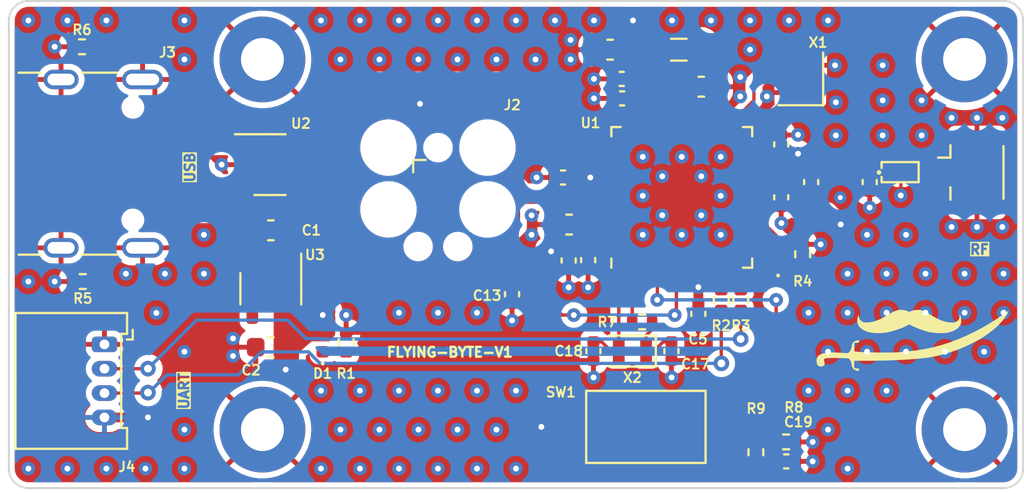
<source format=kicad_pcb>
(kicad_pcb (version 20221018) (generator pcbnew)
  (layers (0 "F.Cu" signal) (1 "In1.Cu" signal) (2 "In2.Cu" signal) (31 "B.Cu" signal) (34 "B.Paste" user) (35 "F.Paste" user) (36 "B.SilkS" user "B.Silkscreen") (37 "F.SilkS" user "F.Silkscreen") (38 "B.Mask" user) (39 "F.Mask" user) (44 "Edge.Cuts" user))
  (net 0 "")
  (net 1 "+5V")
  (net 2 "GND")
  (net 3 "+3V3")
  (net 4 "/SWD_NRST")
  (net 5 "/SMPS_VFB")
  (net 6 "/RF")
  (net 7 "/RF_MATCH")
  (net 8 "/LSE_OUT_R")
  (net 9 "/LSE_IN")
  (net 10 "/BOOT0")
  (net 11 "Net-(D1-K)")
  (net 12 "/LED_K")
  (net 13 "/LED_A")
  (net 14 "/RF_ANT")
  (net 15 "/SWD_DIO")
  (net 16 "/SWD_CLK")
  (net 17 "/SWD_TRC")
  (net 18 "/USBC_CC1")
  (net 19 "/USBC_D+")
  (net 20 "/USBC_D-")
  (net 22 "/USBC_CC2")
  (net 24 "/UART_RXC")
  (net 25 "/UART_TXC")
  (net 26 "/SMPS_VLX")
  (net 27 "/SMPS_L")
  (net 28 "/UART_TX")
  (net 29 "/UART_RX")
  (net 30 "/LSE_OUT")
  (net 31 "/BOOT0_SW")
  (net 42 "/HSE_OUT")
  (net 43 "/HSE_IN")
  (net 50 "/USB_D-")
  (net 51 "/USB_D+")
  (footprint "Capacitor_SMD:C_0402_1005Metric" (layer "F.Cu") (at 128.35 95.06 -90)
    (fp_text reference "C5")
    (fp_text value "100n")
  )
  (footprint "Capacitor_SMD:C_0603_1608Metric" (layer "F.Cu") (at 128.5 83.4)
    (fp_text reference "C14" hide)
    (fp_text value "4u7")
  )
  (footprint "MountingHole:MountingHole_2.2mm_M2_Pad" (layer "F.Cu") (at 142 101)
    (fp_text reference "H2" hide)
    (fp_text value "MountingHole_Pad")
  )
  (footprint "Resistor_SMD:R_0402_1005Metric" (layer "F.Cu") (at 125.47 95.47)
    (fp_text reference "R7")
    (fp_text value "0")
  )
  (footprint "Capacitor_SMD:C_0402_1005Metric" (layer "F.Cu") (at 134.135 88.295 -90)
    (fp_text reference "C15" hide)
    (fp_text value "0p8")
  )
  (footprint "Capacitor_SMD:C_0603_1608Metric" (layer "F.Cu") (at 106.43 96.77 180)
    (fp_text reference "C2")
    (fp_text value "4u7")
  )
  (footprint "Crystal:Crystal_SMD_2016-4Pin_2.0x1.6mm" (layer "F.Cu") (at 133.6 83 90)
    (fp_text reference "X1")
    (fp_text value "32MHz")
  )
  (footprint "Resistor_SMD:R_0402_1005Metric" (layer "F.Cu") (at 110.2925 96.52 -90)
    (fp_text reference "R1")
    (fp_text value "220R")
  )
  (footprint "Package_DFN_QFN:QFN-48-1EP_7x7mm_P0.5mm_EP5.6x5.6mm" (layer "F.Cu") (at 127.5 89.08 90)
    (fp_text reference "U1")
    (fp_text value "STM32WB55CEU6")
  )
  (footprint "Inductor_SMD:L_0402_1005Metric" (layer "F.Cu") (at 135.635 87.775)
    (fp_text reference "L3" hide)
    (fp_text value "2n7")
  )
  (footprint "Fiducial:Fiducial_1mm_Mask2mm" (layer "F.Cu") (at 99.8 80.65)
    (fp_text reference "FM3" hide)
    (fp_text value "Fiducial")
  )
  (footprint "Resistor_SMD:R_0402_1005Metric" (layer "F.Cu") (at 132.85 101.63)
    (fp_text reference "R8")
    (fp_text value "5k1")
  )
  (footprint "Package_TO_SOT_SMD:SOT-23-5" (layer "F.Cu") (at 106.43 93.77 -90)
    (fp_text reference "U3")
    (fp_text value "MIC5365-3.3YD5")
  )
  (footprint "MountingHole:MountingHole_2.2mm_M2_Pad" (layer "F.Cu") (at 106 101)
    (fp_text reference "H4" hide)
    (fp_text value "MountingHole_Pad")
  )
  (footprint "Resistor_SMD:R_0402_1005Metric" (layer "F.Cu") (at 130.525 94.35 90)
    (fp_text reference "R3")
    (fp_text value "220R")
  )
  (footprint "Resistor_SMD:R_0402_1005Metric" (layer "F.Cu") (at 96.7875 93.4 180)
    (fp_text reference "R5")
    (fp_text value "5k1")
  )
  (footprint "MountingHole:MountingHole_2.2mm_M2_Pad" (layer "F.Cu") (at 106 82)
    (fp_text reference "H3" hide)
    (fp_text value "MountingHole_Pad")
  )
  (footprint "Connector_Molex:Molex_PicoBlade_53048-0410_1x04_P1.25mm_Horizontal" (layer "F.Cu") (at 97.9 96.625 -90)
    (fp_text reference "J4")
    (fp_text value "Conn_01x04")
  )
  (footprint "LED_SMD:LED_0402_1005Metric" (layer "F.Cu") (at 109.0925 96.52 90)
    (fp_text reference "D1")
    (fp_text value "LED")
  )
  (footprint "icons:sabre-with-moustache" (layer "F.Cu") (at 139.33 96.1)
    (fp_text reference "G***" hide)
    (fp_text value "LOGO" hide)
  )
  (footprint "Capacitor_SMD:C_0603_1608Metric" (layer "F.Cu") (at 121.725 90.475 180)
    (fp_text reference "C3" hide)
    (fp_text value "4u7")
  )
  (footprint "MountingHole:MountingHole_2.2mm_M2_Pad" (layer "F.Cu") (at 142 82)
    (fp_text reference "H1" hide)
    (fp_text value "MountingHole_Pad")
  )
  (footprint "Capacitor_SMD:C_0402_1005Metric" (layer "F.Cu") (at 126.97 96.97 -90)
    (fp_text reference "C17")
    (fp_text value "10p")
  )
  (footprint "Capacitor_SMD:C_0603_1608Metric" (layer "F.Cu") (at 106.43 90.77 180)
    (fp_text reference "C1")
    (fp_text value "4u7")
  )
  (footprint "Fiducial:Fiducial_1mm_Mask2mm" (layer "F.Cu") (at 137.8 80.65)
    (fp_text reference "FM2" hide)
    (fp_text value "Fiducial")
  )
  (footprint "Capacitor_SMD:C_0402_1005Metric" (layer "F.Cu") (at 122.7 92.3 -90)
    (fp_text reference "C9" hide)
    (fp_text value "100n")
  )
  (footprint "Button_Switch_SMD:SW_SPST_CK_RS282G05A3" (layer "F.Cu") (at 125.66 100.86 180)
    (fp_text reference "SW1")
    (fp_text value "SW_Push")
  )
  (footprint "Package_TO_SOT_SMD:SOT-23-6" (layer "F.Cu") (at 106.3875 87.4)
    (fp_text reference "U2")
    (fp_text value "USBLC6-2SC6_MOD")
  )
  (footprint "Capacitor_SMD:C_0402_1005Metric" (layer "F.Cu") (at 132.6 89.08 -90)
    (fp_text reference "C8" hide)
    (fp_text value "100n")
  )
  (footprint "Capacitor_SMD:C_0402_1005Metric" (layer "F.Cu") (at 132.6 86.36 90)
    (fp_text reference "C12" hide)
    (fp_text value "100n")
  )
  (footprint "Capacitor_SMD:C_0603_1608Metric" (layer "F.Cu") (at 123.825 81.5 180)
    (fp_text reference "C10" hide)
    (fp_text value "4u7")
  )
  (footprint "Connector_Coaxial:U.FL_Hirose_U.FL-R-SMT-1_Vertical" (layer "F.Cu") (at 142.16 87.8)
    (fp_text reference "J1" hide)
    (fp_text value "Conn_Coaxial")
  )
  (footprint "Capacitor_SMD:C_0402_1005Metric" (layer "F.Cu") (at 122.97 96.97 -90)
    (fp_text reference "C18")
    (fp_text value "10p")
  )
  (footprint "Inductor_SMD:L_0402_1005Metric" (layer "F.Cu") (at 126.25 83.5 90)
    (fp_text reference "L1" hide)
    (fp_text value "10n")
  )
  (footprint "flying-byte-v1-pcb-footprints:DLF162500LT-5028A1" (layer "F.Cu") (at 138.735 87.8)
    (fp_text reference "FLT1" hide)
    (fp_text value "DLF162500LT-5028A1")
  )
  (footprint "Resistor_SMD:R_0402_1005Metric" (layer "F.Cu") (at 131.3 102.16 90)
    (fp_text reference "R9")
    (fp_text value "220R")
  )
  (footprint "LED_SMD:LED_0402_1005Metric" (layer "F.Cu") (at 132.44 92 90)
    (fp_text reference "D2" hide)
    (fp_text value "LED")
  )
  (footprint "Capacitor_SMD:C_0402_1005Metric" (layer "F.Cu") (at 118.8 94.05 -90)
    (fp_text reference "C13")
    (fp_text value "100n")
  )
  (footprint "Resistor_SMD:R_0402_1005Metric" (layer "F.Cu") (at 129.525 94.35 90)
    (fp_text reference "R2")
    (fp_text value "220R")
  )
  (footprint "Capacitor_SMD:C_0402_1005Metric" (layer "F.Cu") (at 132.86 102.63)
    (fp_text reference "C19")
    (fp_text value "100n")
  )
  (footprint "Capacitor_SMD:C_0402_1005Metric" (layer "F.Cu") (at 121.7 92.32 -90)
    (fp_text reference "C6" hide)
    (fp_text value "100n")
  )
  (footprint "Capacitor_SMD:C_0402_1005Metric" (layer "F.Cu") (at 124.44 84 180)
    (fp_text reference "C7" hide)
    (fp_text value "100n")
  )
  (footprint "Capacitor_SMD:C_0402_1005Metric" (layer "F.Cu") (at 137.135 88.295 -90)
    (fp_text reference "C16" hide)
    (fp_text value "0p3")
  )
  (footprint "Resistor_SMD:R_0402_1005Metric" (layer "F.Cu") (at 133.7 92 -90)
    (fp_text reference "R4")
    (fp_text value "220R")
  )
  (footprint "Crystal:Crystal_SMD_2012-2Pin_2.0x1.2mm" (layer "F.Cu") (at 124.97 96.97 180)
    (fp_text reference "X2")
    (fp_text value "32kHz768")
  )
  (footprint "Capacitor_SMD:C_0402_1005Metric" (layer "F.Cu") (at 121.41 88.06 180)
    (fp_text reference "C4" hide)
    (fp_text value "100n")
  )
  (footprint "Connector_USB:USB_C_Receptacle_GCT_USB4105-xx-A_16P_TopMnt_Horizontal" (layer "F.Cu") (at 96.75 87.35 -90)
    (fp_text reference "J3")
    (fp_text value "USB_C_Receptacle_USB2.0")
  )
  (footprint "Fiducial:Fiducial_1mm_Mask2mm" (layer "F.Cu") (at 138 102.3)
    (fp_text reference "FM1" hide)
    (fp_text value "Fiducial")
  )
  (footprint "Connector:Tag-Connect_TC2030-IDC-FP_2x03_P1.27mm_Vertical" (layer "F.Cu") (at 115 89.065 -90)
    (fp_text reference "J2")
    (fp_text value "Conn_ARM_SWD_TagConnect_TC2030")
  )
  (footprint "Resistor_SMD:R_0402_1005Metric" (layer "F.Cu") (at 96.75 81.35 180)
    (fp_text reference "R6")
    (fp_text value "5k1")
  )
  (footprint "Inductor_SMD:L_0805_2012Metric" (layer "F.Cu") (at 127.35 81.5)
    (fp_text reference "L2" hide)
    (fp_text value "10u")
  )
  (footprint "Capacitor_SMD:C_0402_1005Metric" (layer "F.Cu") (at 124.42 83 180)
    (fp_text reference "C11" hide)
    (fp_text value "100n")
  )
  (gr_arc (start 94 104) (mid 93.292893 103.707107) (end 93 103) (stroke (width 0.1)) (layer "Edge.Cuts"))
  (gr_arc (start 145 103) (mid 144.707107 103.707107) (end 144 104) (stroke (width 0.1)) (layer "Edge.Cuts"))
  (gr_arc (start 93 80) (mid 93.292893 79.292893) (end 94 79) (stroke (width 0.1)) (layer "Edge.Cuts"))
  (gr_line (start 145 80) (end 145 103) (stroke (width 0.1)) (layer "Edge.Cuts"))
  (gr_arc (start 144 79) (mid 144.707107 79.292893) (end 145 80) (stroke (width 0.1)) (layer "Edge.Cuts"))
  (gr_line (start 144 104) (end 94 104) (stroke (width 0.1)) (layer "Edge.Cuts"))
  (gr_line (start 93 103) (end 93 80) (stroke (width 0.1)) (layer "Edge.Cuts"))
  (gr_line (start 94 79) (end 144 79) (stroke (width 0.1)) (layer "Edge.Cuts"))
  (gr_text "RF" (at 142.21 91.76) (layer "F.SilkS" knockout) (effects (font (size 0.5 0.5) (thickness 0.125) bold) (justify left)))
  (gr_text "FLYING-BYTE-V1" (at 112.31 97.32) (layer "F.SilkS") (effects (font (size 0.5 0.5) (thickness 0.125) bold) (justify left bottom)))
  (gr_text "UART" (at 101.98 100.02 90) (layer "F.SilkS" knockout) (effects (font (size 0.5 0.5) (thickness 0.125) bold) (justify left)))
  (gr_text "USB" (at 102.29 88.38 90) (layer "F.SilkS" knockout) (effects (font (size 0.5 0.5) (thickness 0.125) bold) (justify left)))
  (segment (start 107.38 91.69) (end 107.38 90.945) (width 0.5) (layer "F.Cu") (net 1))
  (segment (start 106.95 89.47) (end 106.38 89.47) (width 0.6) (layer "F.Cu") (net 1))
  (segment (start 106.59 87.4) (end 106.59 87.05) (width 0.3) (layer "F.Cu") (net 1))
  (segment (start 107.3 91.61) (end 107.38 91.69) (width 0.17) (layer "F.Cu") (net 1))
  (segment (start 106.43 85.39) (end 105.99 84.95) (width 0.3) (layer "F.Cu") (net 1))
  (segment (start 105.99 84.95) (end 105.17 84.95) (width 0.3) (layer "F.Cu") (net 1))
  (segment (start 106.59 87.05) (end 106.43 86.89) (width 0.3) (layer "F.Cu") (net 1))
  (segment (start 106.43 86.89) (end 106.43 85.39) (width 0.3) (layer "F.Cu") (net 1))
  (segment (start 100.43 84.95) (end 105.17 84.95) (width 0.6) (layer "F.Cu") (net 1))
  (segment (start 105.63 91.61) (end 107.3 91.61) (width 0.17) (layer "F.Cu") (net 1))
  (segment (start 107.38 92.6325) (end 107.38 91.69) (width 0.5) (layer "F.Cu") (net 1))
  (segment (start 105.48 92.6325) (end 105.48 91.76) (width 0.17) (layer "F.Cu") (net 1))
  (segment (start 107.205 89.725) (end 106.95 89.47) (width 0.6) (layer "F.Cu") (net 1))
  (segment (start 107.38 90.945) (end 107.205 90.77) (width 0.5) (layer "F.Cu") (net 1))
  (segment (start 106.38 87.61) (end 106.38 89.47) (width 0.3) (layer "F.Cu") (net 1))
  (segment (start 106.59 87.4) (end 106.38 87.61) (width 0.3) (layer "F.Cu") (net 1))
  (segment (start 103.14 89.75) (end 100.43 89.75) (width 0.6) (layer "F.Cu") (net 1))
  (segment (start 107.525 87.4) (end 106.59 87.4) (width 0.3) (layer "F.Cu") (net 1))
  (segment (start 107.205 90.77) (end 107.205 89.725) (width 0.6) (layer "F.Cu") (net 1))
  (segment (start 106.38 89.47) (end 103.42 89.47) (width 0.6) (layer "F.Cu") (net 1))
  (segment (start 103.42 89.47) (end 103.14 89.75) (width 0.6) (layer "F.Cu") (net 1))
  (segment (start 105.48 91.76) (end 105.63 91.61) (width 0.17) (layer "F.Cu") (net 1))
  (segment (start 129.25 87.33) (end 127.5 89.08) (width 0.25) (layer "F.Cu") (net 2))
  (segment (start 138.735 88.0275) (end 138.735 88.975) (width 0.17) (layer "F.Cu") (net 2))
  (segment (start 130.9375 87.33) (end 129.25 87.33) (width 0.25) (layer "F.Cu") (net 2))
  (segment (start 138.735 88.0275) (end 138.735 87.5725) (width 0.17) (layer "F.Cu") (net 2))
  (segment (start 138.735 88.975) (end 138.73 88.98) (width 0.17) (layer "F.Cu") (net 2))
  (segment (start 141.335 85) (end 143.935 85) (width 0.3) (layer "F.Cu") (net 2))
  (segment (start 141.335 90.6) (end 143.935 90.6) (width 0.3) (layer "F.Cu") (net 2))
  (segment (start 126.75 88.33) (end 127.5 89.08) (width 0.25) (layer "F.Cu") (net 2))
  (segment (start 126.75 85.6425) (end 126.75 88.33) (width 0.25) (layer "F.Cu") (net 2))
  (via (at 115 80) (size 0.7) (drill 0.3) (layers "F.Cu" "B.Cu") (net 2))
  (via (at 115 103) (size 0.7) (drill 0.3) (layers "F.Cu" "B.Cu") (net 2))
  (via (at 135.63 89.09) (size 0.65) (drill 0.25) (layers "F.Cu" "B.Cu") (net 2))
  (via (at 122.98 98.32) (size 0.7) (drill 0.3) (layers "F.Cu" "B.Cu") (net 2))
  (via (at 120.06 88.06) (size 0.7) (drill 0.3) (layers "F.Cu" "B.Cu") (net 2))
  (via (at 137 91) (size 0.7) (drill 0.3) (layers "F.Cu" "B.Cu") (net 2))
  (via (at 144 93) (size 0.7) (drill 0.3) (layers "F.Cu" "B.Cu") (net 2))
  (via (at 143.935 90.6) (size 0.7) (drill 0.3) (layers "F.Cu" "B.Cu") (net 2))
  (via (at 118 101) (size 0.7) (drill 0.3) (layers "F.Cu" "B.Cu") (net 2))
  (via (at 121 80) (size 0.7) (drill 0.3) (layers "F.Cu" "B.Cu") (net 2))
  (via (at 143.935 85) (size 0.7) (drill 0.3) (layers "F.Cu" "B.Cu") (net 2))
  (via (at 95.35 81.35) (size 0.7) (drill 0.3) (layers "F.Cu" "B.Cu") (net 2))
  (via (at 111 103) (size 0.7) (drill 0.3) (layers "F.Cu" "B.Cu") (net 2))
  (via (at 137.8 82.3) (size 0.7) (drill 0.3) (layers "F.Cu" "B.Cu") (net 2))
  (via (at 104.4925 96.32) (size 0.7) (drill 0.3) (layers "F.Cu" "B.Cu") (net 2))
  (via (at 129.5 91) (size 0.7) (drill 0.3) (layers "F.Cu" "B.Cu") (net 2))
  (via (at 135.36 82.3) (size 0.7) (drill 0.3) (layers "F.Cu" "B.Cu") (net 2))
  (via (at 138.73 88.98) (size 0.7) (drill 0.3) (layers "F.Cu" "B.Cu") (net 2))
  (via (at 141 97) (size 0.7) (drill 0.3) (layers "F.Cu" "B.Cu") (net 2))
  (via (at 103 93) (size 0.7) (drill 0.3) (layers "F.Cu" "B.Cu") (net 2))
  (via (at 130.5 83.9) (size 0.7) (drill 0.3) (layers "F.Cu" "B.Cu") (net 2))
  (via (at 136 93) (size 0.7) (drill 0.3) (layers "F.Cu" "B.Cu") (net 2))
  (via (at 99 93) (size 0.7) (drill 0.3) (layers "F.Cu" "B.Cu") (net 2))
  (via (at 139 91) (size 0.7) (drill 0.3) (layers "F.Cu" "B.Cu") (net 2))
  (via (at 139.8 85.9) (size 0.7) (drill 0.3) (layers "F.Cu" "B.Cu") (net 2))
  (via (at 134 99) (size 0.7) (drill 0.3) (layers "F.Cu" "B.Cu") (net 2))
  (via (at 133.46 85.87) (size 0.7) (drill 0.3) (layers "F.Cu" "B.Cu") (net 2))
  (via (at 119 99) (size 0.7) (drill 0.3) (layers "F.Cu" "B.Cu") (net 2))
  (via (at 141.335 90.6) (size 0.7) (drill 0.3) (layers "F.Cu" "B.Cu") (net 2))
  (via (at 94 93.4) (size 0.7) (drill 0.3) (layers "F.Cu" "B.Cu") (net 2))
  (via (at 98 80) (size 0.7) (drill 0.3) (layers "F.Cu" "B.Cu") (net 2))
  (via (at 137.135 89.6) (size 0.7) (drill 0.3) (layers "F.Cu" "B.Cu") (net 2))
  (via (at 134.21 101.63) (size 0.7) (drill 0.3) (layers "F.Cu" "B.Cu") (net 2))
  (via (at 141.335 85) (size 0.7) (drill 0.3) (layers "F.Cu" "B.Cu") (net 2))
  (via (at 142.635 85) (size 0.7) (drill 0.3) (layers "F.Cu" "B.Cu") (net 2))
  (via (at 142 95) (size 0.7) (drill 0.3) (layers "F.Cu" "B.Cu") (net 2))
  (via (at 143 97) (size 0.7) (drill 0.3) (layers "F.Cu" "B.Cu") (net 2))
  (via (at 112 101) (size 0.7) (drill 0.3) (layers "F.Cu" "B.Cu") (net 2))
  (via (at 137.8 84.1) (size 0.7) (drill 0.3) (layers "F.Cu" "B.Cu") (net 2))
  (via (at 117 95) (size 0.7) (drill 0.3) (layers "F.Cu" "B.Cu") (net 2))
  (via (at 135.4 85.9) (size 0.7) (drill 0.3) (layers "F.Cu" "B.Cu") (net 2))
  (via (at 135 97) (size 0.7) (drill 0.3) (layers "F.Cu" "B.Cu") (net 2))
  (via (at 140 93) (size 0.7) (drill 0.3) (layers "F.Cu" "B.Cu") (net 2))
  (via (at 127.5 91) (size 0.7) (drill 0.3) (layers "F.Cu" "B.Cu") (net 2))
  (via (at 126.5 88) (size 0.7) (drill 0.3) (layers "F.Cu" "B.Cu") (net 2))
  (via (at 103.91 87.4) (size 0.7) (drill 0.3) (layers "F.Cu" "B.Cu") (net 2))
  (via (at 118 82) (size 0.7) (drill 0.3) (layers "F.Cu" "B.Cu") (net 2))
  (via (at 137 97) (size 0.7) (drill 0.3) (layers "F.Cu" "B.Cu") (net 2))
  (via (at 100 103) (size 0.7) (drill 0.3) (layers "F.Cu" "B.Cu") (net 2))
  (via (at 126.98 98.32) (size 0.7) (drill 0.3) (layers "F.Cu" "B.Cu") (net 2))
  (via (at 101 93) (size 0.7) (drill 0.3) (layers "F.Cu" "B.Cu") (net 2))
  (via (at 115 95) (size 0.7) (drill 0.3) (layers "F.Cu" "B.Cu") (net 2))
  (via (at 131.86 83.9) (size 0.7) (drill 0.3) (layers "F.Cu" "B.Cu") (net 2))
  (via (at 96 80) (size 0.7) (drill 0.3) (layers "F.Cu" "B.Cu") (net 2))
  (via (at 119.8 90) (size 0.7) (drill 0.3) (layers "F.Cu" "B.Cu") (net 2))
  (via (at 134.21 102.63) (size 0.7) (drill 0.3) (layers "F.Cu" "B.Cu") (net 2))
  (via (at 117 99) (size 0.7) (drill 0.3) (layers "F.Cu" "B.Cu") (net 2))
  (via (at 117 103) (size 0.7) (drill 0.3) (layers "F.Cu" "B.Cu") (net 2))
  (via (at 113 103) (size 0.7) (drill 0.3) (layers "F.Cu" "B.Cu") (net 2))
  (via (at 125.5 89) (size 0.7) (drill 0.3) (layers "F.Cu" "B.Cu") (net 2))
  (via (at 109 99) (size 0.7) (drill 0.3) (layers "F.Cu" "B.Cu") (net 2))
  (via (at 114 82) (size 0.7) (drill 0.3) (layers "F.Cu" "B.Cu") (net 2))
  (via (at 122.7 93.7) (size 0.7) (drill 0.3) (layers "F.Cu" "B.Cu") (net 2))
  (via (at 110 82) (size 0.7) (drill 0.3) (layers "F.Cu" "B.Cu") (net 2))
  (via (at 104.4925 97.22) (size 0.7) (drill 0.3) (layers "F.Cu" "B.Cu") (net 2))
  (via (at 113 80) (size 0.7) (drill 0.3) (layers "F.Cu" "B.Cu") (net 2))
  (via (at 140 95) (size 0.7) (drill 0.3) (layers "F.Cu" "B.Cu") (net 2))
  (via (at 109 80) (size 0.7) (drill 0.3) (layers "F.Cu" "B.Cu") (net 2))
  (via (at 121.8 81) (size 0.7) (drill 0.3) (layers "F.Cu" "B.Cu") (net 2))
  (via (at 113 99) (size 0.7) (drill 0.3) (layers "F.Cu" "B.Cu") (net 2))
  (via (at 102 101) (size 0.7) (drill 0.3) (layers "F.Cu" "B.Cu") (net 2))
  (via (at 142 93) (size 0.7) (drill 0.3) (layers "F.Cu" "B.Cu") (net 2))
  (via (at 115 99) (size 0.7) (drill 0.3) (layers "F.Cu" "B.Cu") (net 2))
  (via (at 127.5 87) (size 0.7) (drill 0.3) (layers "F.Cu" "B.Cu") (net 2))
  (via (at 135 101) (size 0.7) (drill 0.3) (layers "F.Cu" "B.Cu") (net 2))
  (via (at 135 80) (size 0.7) (drill 0.3) (layers "F.Cu" "B.Cu") (net 2))
  (via (at 95.35 93.4) (size 0.7) (drill 0.3) (layers "F.Cu" "B.Cu") (net 2))
  (via (at 129.5 87) (size 0.7) (drill 0.3) (layers "F.Cu" "B.Cu") (net 2))
  (via (at 120 82) (size 0.7) (drill 0.3) (layers "F.Cu" "B.Cu") (net 2))
  (via (at 130.5 82.9) (size 0.7) (drill 0.3) (layers "F.Cu" "B.Cu") (net 2))
  (via (at 136 99) (size 0.7) (drill 0.3) (layers "F.Cu" "B.Cu") (net 2))
  (via (at 121.7 93.7) (size 0.7) (drill 0.3) (layers "F.Cu" "B.Cu") (net 2))
  (via (at 118.8 95.4) (size 0.7) (drill 0.3) (layers "F.Cu" "B.Cu") (net 2))
  (via (at 116 101) (size 0.7) (drill 0.3) (layers "F.Cu" "B.Cu") (net 2))
  (via (at 138 95) (size 0.7) (drill 0.3) (layers "F.Cu" "B.Cu") (net 2))
  (via (at 134.62 91.49) (size 0.7) (drill 0.3) (layers "F.Cu" "B.Cu") (net 2))
  (via (at 125.5 87) (size 0.7) (drill 0.3) (layers "F.Cu" "B.Cu") (net 2))
  (via (at 94 80) (size 0.7) (drill 0.3) (layers "F.Cu" "B.Cu") (net 2))
  (via (at 102 97) (size 0.7) (drill 0.3) (layers "F.Cu" "B.Cu") (net 2))
  (via (at 144 95) (size 0.7) (drill 0.3) (layers "F.Cu" "B.Cu") (net 2))
  (via (at 100.56 95.01) (size 0.7) (drill 0.3) (layers "F.Cu" "B.Cu") (net 2))
  (via (at 119 80) (size 0.7) (drill 0.3) (layers "F.Cu" "B.Cu") (net 2))
  (via (at 129 80) (size 0.7) (drill 0.3) (layers "F.Cu" "B.Cu") (net 2))
  (via (at 123 80) (size 0.7) (drill 0.3) (layers "F.Cu" "B.Cu") (net 2))
  (via (at 127 80) (size 0.7) (drill 0.3) (layers "F.Cu" "B.Cu") (net 2))
  (via (at 119 103) (size 0.7) (drill 0.3) (layers "F.Cu" "B.Cu") (net 2))
  (via (at 138 93) (size 0.7) (drill 0.3) (layers "F.Cu" "B.Cu") (net 2))
  (via (at 119.8 91) (size 0.7) (drill 0.3) (layers "F.Cu" "B.Cu") (net 2))
  (via (at 117 80) (size 0.7) (drill 0.3) (layers "F.Cu" "B.Cu") (net 2))
  (via (at 102 82) (size 0.7) (drill 0.3) (layers "F.Cu" "B.Cu") (net 2))
  (via (at 131 81.5) (size 0.7) (drill 0.3) (layers "F.Cu" "B.Cu") (net 2))
  (via (at 128.5 90) (size 0.7) (drill 0.3) (layers "F.Cu" "B.Cu") (net 2))
  (via (at 111 80) (size 0.7) (drill 0.3) (layers "F.Cu" "B.Cu") (net 2))
  (via (at 133 80) (size 0.7) (drill 0.3) (layers "F.Cu" "B.Cu") (net 2))
  (via (at 138 99) (size 0.7) (drill 0.3) (layers "F.Cu" "B.Cu") (net 2))
  (via (at 137.8 85.9) (size 0.7) (drill 0.3) (layers "F.Cu" "B.Cu") (net 2))
  (via (at 102 80) (size 0.7) (drill 0.3) (layers "F.Cu" "B.Cu") (net 2))
  (via (at 131 80) (size 0.7) (drill 0.3) (layers "F.Cu" "B.Cu") (net 2))
  (via (at 123 84) (size 0.7) (drill 0.3) (layers "F.Cu" "B.Cu") (net 2))
  (via (at 110 101) (size 0.7) (drill 0.3) (layers "F.Cu" "B.Cu") (net 2))
  (via (at 132.61 90.4) (size 0.7) (drill 0.3) (layers "F.Cu" "B.Cu") (net 2))
  (via (at 110.2925 95.12) (size 0.7) (drill 0.3) (layers "F.Cu" "B.Cu") (net 2))
  (via (at 113 95) (size 0.7) (drill 0.3) (layers "F.Cu" "B.Cu") (net 2))
  (via (at 121.8 82) (size 0.7) (drill 0.3) (layers "F.Cu" "B.Cu") (net 2))
  (via (at 111 99) (size 0.7) (drill 0.3) (layers "F.Cu" "B.Cu") (net 2))
  (via (at 135.4 84.2) (size 0.7) (drill 0.3) (layers "F.Cu" "B.Cu") (net 2))
  (via (at 126.5 90) (size 0.7) (drill 0.3) (layers "F.Cu" "B.Cu") (net 2))
  (via (at 125.5 91) (size 0.7) (drill 0.3) (layers "F.Cu" "B.Cu") (net 2))
  (via (at 136 95) (size 0.7) (drill 0.3) (layers "F.Cu" "B.Cu") (net 2))
  (via (at 96 103) (size 0.7) (drill 0.3) (layers "F.Cu" "B.Cu") (net 2))
  (via (at 129.5 89) (size 0.7) (drill 0.3) (layers "F.Cu" "B.Cu") (net 2))
  (via (at 109 103) (size 0.7) (drill 0.3) (layers "F.Cu" "B.Cu") (net 2))
  (via (at 128.5 88) (size 0.7) (drill 0.3) (layers "F.Cu" "B.Cu") (net 2))
  (via (at 142.635 90.6) (size 0.7) (drill 0.3) (layers "F.Cu" "B.Cu") (net 2))
  (via (at 98 103) (size 0.7) (drill 0.3) (layers "F.Cu" "B.Cu") (net 2))
  (via (at 102 103) (size 0.7) (drill 0.3) (layers "F.Cu" "B.Cu") (net 2))
  (via (at 116 82) (size 0.7) (drill 0.3) (layers "F.Cu" "B.Cu") (net 2))
  (via (at 134 95) (size 0.7) (drill 0.3) (layers "F.Cu" "B.Cu") (net 2))
  (via (at 112 82) (size 0.7) (drill 0.3) (layers "F.Cu" "B.Cu") (net 2))
  (via (at 94 103) (size 0.7) (drill 0.3) (layers "F.Cu" "B.Cu") (net 2))
  (via (at 123 83) (size 0.7) (drill 0.3) (layers "F.Cu" "B.Cu") (net 2))
  (via (at 103 91) (size 0.7) (drill 0.3) (layers "F.Cu" "B.Cu") (net 2))
  (via (at 139 97) (size 0.7) (drill 0.3) (layers "F.Cu" "B.Cu") (net 2))
  (via (at 136 103) (size 0.7) (drill 0.3) (layers "F.Cu" "B.Cu") (net 2))
  (via (at 114 101) (size 0.7) (drill 0.3) (layers "F.Cu" "B.Cu") (net 2))
  (via (at 139.8 84.1) (size 0.7) (drill 0.3) (layers "F.Cu" "B.Cu") (net 2))
  (segment (start 128.25 92.5175) (end 128.25 93.59) (width 0.17) (layer "F.Cu") (net 3))
  (segment (start 123.04 87.83) (end 122.81 88.06) (width 0.25) (layer "F.Cu") (net 3))
  (segment (start 131.73 88.33) (end 132 88.6) (width 0.25) (layer "F.Cu") (net 3))
  (segment (start 130.9375 86.83) (end 132.55 86.83) (width 0.25) (layer "F.Cu") (net 3))
  (segment (start 124.0625 87.83) (end 123.04 87.83) (width 0.25) (layer "F.Cu") (net 3))
  (segment (start 132.55 86.83) (end 132.6 86.88) (width 0.25) (layer "F.Cu") (net 3))
  (segment (start 125 80.03) (end 124.6 80.43) (width 0.5) (layer "F.Cu") (net 3))
  (segment (start 124.6 80.43) (end 124.6 81.5) (width 0.5) (layer "F.Cu") (net 3))
  (segment (start 133.37 89.65) (end 133.53 89.81) (width 0.25) (layer "F.Cu") (net 3))
  (segment (start 133.37 88.85) (end 133.37 89.65) (width 0.25) (layer "F.Cu") (net 3))
  (segment (start 134.99 89.81) (end 135.65 90.47) (width 0.25) (layer "F.Cu") (net 3))
  (segment (start 114.08 87.51) (end 114.365 87.795) (width 0.25) (layer "F.Cu") (net 3))
  (segment (start 97.9 100.375) (end 100.125 100.375) (width 0.5) (layer "F.Cu") (net 3))
  (segment (start 132.6 86.84) (end 133.46 86.84) (width 0.25) (layer "F.Cu") (net 3))
  (segment (start 125 80) (end 125 80.03) (width 0.5) (layer "F.Cu") (net 3))
  (segment (start 132.6 88.6) (end 133.12 88.6) (width 0.25) (layer "F.Cu") (net 3))
  (segment (start 114.08 84.28) (end 114.08 87.51) (width 0.25) (layer "F.Cu") (net 3))
  (segment (start 122.73 88.06) (end 122.89 88.06) (width 0.25) (layer "F.Cu") (net 3))
  (segment (start 128.35 94.58) (end 128.35 93.69) (width 0.5) (layer "F.Cu") (net 3))
  (segment (start 120.3 100.86) (end 121.76 100.86) (width 0.5) (layer "F.Cu") (net 3))
  (segment (start 100.125 100.375) (end 100.13 100.37) (width 0.5) (layer "F.Cu") (net 3))
  (segment (start 128.25 93.59) (end 128.35 93.69) (width 0.17) (layer "F.Cu") (net 3))
  (segment (start 133.12 88.6) (end 133.37 88.85) (width 0.25) (layer "F.Cu") (net 3))
  (segment (start 122.81 88.06) (end 121.89 88.06) (width 0.25) (layer "F.Cu") (net 3))
  (segment (start 132 88.6) (end 132.6 88.6) (width 0.25) (layer "F.Cu") (net 3))
  (segment (start 130.9375 88.33) (end 131.73 88.33) (width 0.25) (layer "F.Cu") (net 3))
  (segment (start 133.53 89.81) (end 134.99 89.81) (width 0.25) (layer "F.Cu") (net 3))
  (via (at 120.3 100.86) (size 0.7) (drill 0.3) (layers "F.Cu" "B.Cu") (net 3))
  (via (at 128.35 93.69) (size 0.7) (drill 0.3) (layers "F.Cu" "B.Cu") (net 3))
  (via (at 100.13 100.37) (size 0.7) (drill 0.3) (layers "F.Cu" "B.Cu") (net 3))
  (via (at 107.1925 97.92) (size 0.7) (drill 0.3) (layers "F.Cu" "B.Cu") (net 3))
  (via (at 109.0925 95.12) (size 0.7) (drill 0.3) (layers "F.Cu" "B.Cu") (net 3))
  (via (at 120.8 91.85) (size 0.7) (drill 0.3) (layers "F.Cu" "B.Cu") (net 3))
  (via (at 133.46 86.84) (size 0.7) (drill 0.3) (layers "F.Cu" "B.Cu") (net 3))
  (via (at 135.65 90.47) (size 0.7) (drill 0.3) (layers "F.Cu" "B.Cu") (net 3))
  (via (at 114.08 84.28) (size 0.7) (drill 0.3) (layers "F.Cu" "B.Cu") (net 3))
  (via (at 122.81 88.06) (size 0.7) (drill 0.3) (layers "F.Cu" "B.Cu") (net 3))
  (via (at 125 80) (size 0.7) (drill 0.3) (layers "F.Cu" "B.Cu") (net 3))
  (segment (start 127.4 93.6) (end 127.225 93.775) (width 0.17) (layer "F.Cu") (net 4))
  (segment (start 127.225 93.775) (end 127.225 94.825) (width 0.17) (layer "F.Cu") (net 4))
  (segment (start 119.815 93.57) (end 121.365 95.12) (width 0.17) (layer "F.Cu") (net 4))
  (segment (start 118.86 93.6) (end 118.8 93.54) (width 0.17) (layer "F.Cu") (net 4))
  (segment (start 118.8 93.57) (end 119.815 93.57) (width 0.17) (layer "F.Cu") (net 4))
  (segment (start 113.42 88.12) (end 114.365 89.065) (width 0.17) (layer "F.Cu") (net 4))
  (segment (start 127.75 93.25) (end 127.4 93.6) (width 0.17) (layer "F.Cu") (net 4))
  (segment (start 118.8 93.57) (end 110.77 93.57) (width 0.17) (layer "F.Cu") (net 4))
  (segment (start 110.78 88.12) (end 113.42 88.12) (width 0.17) (layer "F.Cu") (net 4))
  (segment (start 127.75 92.5175) (end 127.75 93.25) (width 0.17) (layer "F.Cu") (net 4))
  (segment (start 110.1 88.8) (end 110.78 88.12) (width 0.17) (layer "F.Cu") (net 4))
  (segment (start 121.965 95.12) (end 121.365 95.12) (width 0.17) (layer "F.Cu") (net 4))
  (segment (start 110.77 93.57) (end 110.1 92.9) (width 0.17) (layer "F.Cu") (net 4))
  (segment (start 110.1 92.9) (end 110.1 88.8) (width 0.17) (layer "F.Cu") (net 4))
  (via (at 127.14 95.12) (size 0.7) (drill 0.3) (layers "F.Cu" "B.Cu") (net 4))
  (via (at 121.965 95.12) (size 0.7) (drill 0.3) (layers "F.Cu" "B.Cu") (net 4))
  (segment (start 127.14 95.12) (end 121.965 95.12) (width 0.17) (layer "B.Cu") (net 4))
  (segment (start 134.135 87.815) (end 135.11 87.815) (width 0.17) (layer "F.Cu") (net 6))
  (segment (start 133.985 87.83) (end 134 87.815) (width 0.17) (layer "F.Cu") (net 6))
  (segment (start 130.9375 87.83) (end 134.12 87.83) (width 0.17) (layer "F.Cu") (net 6))
  (segment (start 134.975 87.815) (end 135.015 87.775) (width 0.17) (layer "F.Cu") (net 6))
  (segment (start 134.12 87.83) (end 134.135 87.815) (width 0.17) (layer "F.Cu") (net 6))
  (segment (start 137.9725 87.815) (end 137.9875 87.8) (width 0.17) (layer "F.Cu") (net 7))
  (segment (start 136.96 87.775) (end 137 87.815) (width 0.17) (layer "F.Cu") (net 7))
  (segment (start 137.135 87.815) (end 138.1075 87.815) (width 0.17) (layer "F.Cu") (net 7))
  (segment (start 136.12 87.775) (end 137.095 87.775) (width 0.17) (layer "F.Cu") (net 7))
  (segment (start 126.55 96.49) (end 126.07 96.97) (width 0.17) (layer "F.Cu") (net 8))
  (segment (start 125.67 96.17) (end 125.67 96.97) (width 0.17) (layer "F.Cu") (net 8))
  (segment (start 125.98 95.47) (end 125.98 95.86) (width 0.17) (layer "F.Cu") (net 8))
  (segment (start 126.07 96.97) (end 125.67 96.97) (width 0.17) (layer "F.Cu") (net 8))
  (segment (start 125.98 95.86) (end 125.67 96.17) (width 0.17) (layer "F.Cu") (net 8))
  (segment (start 126.97 96.49) (end 126.55 96.49) (width 0.17) (layer "F.Cu") (net 8))
  (segment (start 122.97 96.49) (end 123.39 96.49) (width 0.17) (layer "F.Cu") (net 9))
  (segment (start 123.87 96.97) (end 124.27 96.97) (width 0.17) (layer "F.Cu") (net 9))
  (segment (start 125.25 93.22674) (end 125.25 92.5175) (width 0.17) (layer "F.Cu") (net 9))
  (segment (start 124.27 96.97) (end 124.27 94.20674) (width 0.17) (layer "F.Cu") (net 9))
  (segment (start 123.39 96.49) (end 123.87 96.97) (width 0.17) (layer "F.Cu") (net 9))
  (segment (start 124.27 94.20674) (end 125.25 93.22674) (width 0.17) (layer "F.Cu") (net 9))
  (segment (start 126.25 94.33) (end 126.24 94.34) (width 0.17) (layer "F.Cu") (net 10))
  (segment (start 132.38 101.67) (end 132.34 101.63) (width 0.17) (layer "F.Cu") (net 10))
  (segment (start 132.34 94.34) (end 132.34 101.63) (width 0.17) (layer "F.Cu") (net 10))
  (segment (start 132.38 102.63) (end 131.34 102.63) (width 0.17) (layer "F.Cu") (net 10))
  (segment (start 126.25 92.5175) (end 126.25 94.33) (width 0.17) (layer "F.Cu") (net 10))
  (segment (start 132.38 102.63) (end 132.38 101.67) (width 0.17) (layer "F.Cu") (net 10))
  (via (at 126.24 94.34) (size 0.7) (drill 0.3) (layers "F.Cu" "B.Cu") (net 10))
  (via (at 132.34 94.34) (size 0.7) (drill 0.3) (layers "F.Cu" "B.Cu") (net 10))
  (segment (start 132.34 94.34) (end 126.24 94.34) (width 0.17) (layer "B.Cu") (net 10))
  (segment (start 110.2675 97.005) (end 110.2925 97.03) (width 0.17) (layer "F.Cu") (net 11))
  (segment (start 109.0925 97.005) (end 110.2675 97.005) (width 0.17) (layer "F.Cu") (net 11))
  (segment (start 133.675 92.485) (end 133.7 92.51) (width 0.17) (layer "F.Cu") (net 12))
  (segment (start 132.44 92.485) (end 133.675 92.485) (width 0.17) (layer "F.Cu") (net 12))
  (segment (start 131.63 90.33) (end 132.44 91.14) (width 0.17) (layer "F.Cu") (net 13))
  (segment (start 132.44 91.14) (end 132.44 91.515) (width 0.17) (layer "F.Cu") (net 13))
  (segment (start 130.9375 90.33) (end 131.63 90.33) (width 0.17) (layer "F.Cu") (net 13))
  (segment (start 139.3475 87.8) (end 141.11 87.8) (width 0.17) (layer "F.Cu") (net 14))
  (segment (start 118.565 84.875) (end 116.3 84.875) (width 0.17) (layer "F.Cu") (net 15))
  (segment (start 116.3 84.875) (end 115.9 85.275) (width 0.17) (layer "F.Cu") (net 15))
  (segment (start 121.02 87.33) (end 118.565 84.875) (width 0.17) (layer "F.Cu") (net 15))
  (segment (start 115.635 87.245) (end 115.635 87.795) (width 0.17) (layer "F.Cu") (net 15))
  (segment (start 115.9 85.275) (end 115.9 86.98) (width 0.17) (layer "F.Cu") (net 15))
  (segment (start 115.9 86.98) (end 115.635 87.245) (width 0.17) (layer "F.Cu") (net 15))
  (segment (start 124.0625 87.33) (end 121.02 87.33) (width 0.17) (layer "F.Cu") (net 15))
  (segment (start 123.55 88.33) (end 123.08 88.8) (width 0.17) (layer "F.Cu") (net 16))
  (segment (start 123.08 88.8) (end 119.45 88.8) (width 0.17) (layer "F.Cu") (net 16))
  (segment (start 116.575 88.125) (end 115.635 89.065) (width 0.17) (layer "F.Cu") (net 16))
  (segment (start 124.0625 88.33) (end 123.55 88.33) (width 0.17) (layer "F.Cu") (net 16))
  (segment (start 118.775 88.125) (end 116.575 88.125) (width 0.17) (layer "F.Cu") (net 16))
  (segment (start 119.45 88.8) (end 118.775 88.125) (width 0.17) (layer "F.Cu") (net 16))
  (segment (start 115.935 90.335) (end 115.635 90.335) (width 0.17) (layer "F.Cu") (net 17))
  (segment (start 119.125 89.65) (end 119.125 90.575) (width 0.17) (layer "F.Cu") (net 17))
  (segment (start 117.025 91.425) (end 115.935 90.335) (width 0.17) (layer "F.Cu") (net 17))
  (segment (start 119.45 89.325) (end 119.125 89.65) (width 0.17) (layer "F.Cu") (net 17))
  (segment (start 124.0625 89.33) (end 119.455 89.33) (width 0.17) (layer "F.Cu") (net 17))
  (segment (start 119.125 90.575) (end 118.275 91.425) (width 0.17) (layer "F.Cu") (net 17))
  (segment (start 118.275 91.425) (end 117.025 91.425) (width 0.17) (layer "F.Cu") (net 17))
  (segment (start 119.455 89.33) (end 119.45 89.325) (width 0.17) (layer "F.Cu") (net 17))
  (segment (start 99.1 86.1) (end 97.26 84.26) (width 0.25) (layer "F.Cu") (net 18))
  (segment (start 97.26 84.26) (end 97.26 81.35) (width 0.25) (layer "F.Cu") (net 18))
  (segment (start 100.43 86.1) (end 99.1 86.1) (width 0.25) (layer "F.Cu") (net 18))
  (segment (start 100.43 87.1) (end 101.292501 87.1) (width 0.22) (layer "F.Cu") (net 19))
  (segment (start 103.81 88.35) (end 105.25 88.35) (width 0.22) (layer "F.Cu") (net 19))
  (segment (start 102.978456 88.1) (end 103.169228 87.909228) (width 0.22) (layer "F.Cu") (net 19))
  (segment (start 101.342501 87.05) (end 102.624228 87.05) (width 0.22) (layer "F.Cu") (net 19))
  (segment (start 102.624228 87.05) (end 103.169228 87.595) (width 0.22) (layer "F.Cu") (net 19))
  (segment (start 103.169228 87.595) (end 103.169228 87.909228) (width 0.22) (layer "F.Cu") (net 19))
  (segment (start 101.292501 87.1) (end 101.342501 87.05) (width 0.22) (layer "F.Cu") (net 19))
  (segment (start 102.978456 88.1) (end 103.094228 87.984228) (width 0.22) (layer "F.Cu") (net 19))
  (segment (start 103.094228 87.984228) (end 103.444228 87.984228) (width 0.22) (layer "F.Cu") (net 19))
  (segment (start 100.43 88.1) (end 102.978456 88.1) (width 0.22) (layer "F.Cu") (net 19))
  (segment (start 103.444228 87.984228) (end 103.81 88.35) (width 0.22) (layer "F.Cu") (net 19))
  (segment (start 100.43 86.6) (end 101.292501 86.6) (width 0.22) (layer "F.Cu") (net 20))
  (segment (start 101.292501 86.6) (end 101.352501 86.66) (width 0.22) (layer "F.Cu") (net 20))
  (segment (start 102.765772 86.66) (end 102.975772 86.45) (width 0.22) (layer "F.Cu") (net 20))
  (segment (start 102.975772 86.45) (end 105.25 86.45) (width 0.22) (layer "F.Cu") (net 20))
  (segment (start 99.23 87.4) (end 99.23 86.8) (width 0.22) (layer "F.Cu") (net 20))
  (segment (start 99.43 86.6) (end 100.43 86.6) (width 0.22) (layer "F.Cu") (net 20))
  (segment (start 100.43 87.6) (end 99.43 87.6) (width 0.22) (layer "F.Cu") (net 20))
  (segment (start 101.352501 86.66) (end 102.765772 86.66) (width 0.22) (layer "F.Cu") (net 20))
  (segment (start 99.43 87.6) (end 99.23 87.4) (width 0.22) (layer "F.Cu") (net 20))
  (segment (start 99.23 86.8) (end 99.43 86.6) (width 0.22) (layer "F.Cu") (net 20))
  (segment (start 100.43 89.1) (end 99.1 89.1) (width 0.25) (layer "F.Cu") (net 22))
  (segment (start 97.2975 90.9025) (end 97.2975 93.4) (width 0.25) (layer "F.Cu") (net 22))
  (segment (start 99.1 89.1) (end 97.2975 90.9025) (width 0.25) (layer "F.Cu") (net 22))
  (segment (start 100.13 97.87) (end 100.125 97.875) (width 0.17) (layer "F.Cu") (net 24))
  (segment (start 130.525 96.345) (end 130.52 96.35) (width 0.17) (layer "F.Cu") (net 24))
  (segment (start 100.08 97.87) (end 100.075 97.875) (width 0.17) (layer "F.Cu") (net 24))
  (segment (start 130.525 94.86) (end 130.525 96.345) (width 0.17) (layer "F.Cu") (net 24))
  (segment (start 100.125 97.875) (end 97.9 97.875) (width 0.17) (layer "F.Cu") (net 24))
  (via (at 100.13 97.87) (size 0.8) (drill 0.4) (layers "F.Cu" "B.Cu") (net 24))
  (via (at 130.52 96.35) (size 0.8) (drill 0.4) (layers "F.Cu" "B.Cu") (net 24))
  (segment (start 108.24 96.33) (end 109.03 96.33) (width 0.17) (layer "B.Cu") (net 24))
  (segment (start 102.62 95.38) (end 107.29 95.38) (width 0.17) (layer "B.Cu") (net 24))
  (segment (start 107.29 95.38) (end 108.24 96.33) (width 0.17) (layer "B.Cu") (net 24))
  (segment (start 100.13 97.87) (end 102.62 95.38) (width 0.17) (layer "B.Cu") (net 24))
  (segment (start 100.13 97.82) (end 100.13 97.87) (width 0.17) (layer "B.Cu") (net 24))
  (segment (start 109.03 96.33) (end 109.05 96.35) (width 0.17) (layer "B.Cu") (net 24))
  (segment (start 109.05 96.35) (end 130.52 96.35) (width 0.17) (layer "B.Cu") (net 24))
  (segment (start 129.525 94.86) (end 129.525 97.595) (width 0.17) (layer "F.Cu") (net 25))
  (segment (start 129.525 97.595) (end 129.53 97.6) (width 0.17) (layer "F.Cu") (net 25))
  (segment (start 100.13 99.1) (end 100.105 99.125) (width 0.17) (layer "F.Cu") (net 25))
  (segment (start 100.18 99.1) (end 100.155 99.125) (width 0.17) (layer "F.Cu") (net 25))
  (segment (start 100.105 99.125) (end 97.9 99.125) (width 0.17) (layer "F.Cu") (net 25))
  (via (at 129.53 97.6) (size 0.8) (drill 0.4) (layers "F.Cu" "B.Cu") (net 25))
  (via (at 100.13 99.1) (size 0.8) (drill 0.4) (layers "F.Cu" "B.Cu") (net 25))
  (segment (start 101.09 98.19) (end 104.76 98.19) (width 0.17) (layer "B.Cu") (net 25))
  (segment (start 108.36 97.01) (end 108.95 97.6) (width 0.17) (layer "B.Cu") (net 25))
  (segment (start 104.76 98.19) (end 105.94 97.01) (width 0.17) (layer "B.Cu") (net 25))
  (segment (start 100.18 99.1) (end 101.09 98.19) (width 0.17) (layer "B.Cu") (net 25))
  (segment (start 105.94 97.01) (end 108.36 97.01) (width 0.17) (layer "B.Cu") (net 25))
  (segment (start 100.13 99.1) (end 100.18 99.1) (width 0.17) (layer "B.Cu") (net 25))
  (segment (start 108.95 97.6) (end 129.53 97.6) (width 0.17) (layer "B.Cu") (net 25))
  (segment (start 126.25 84.675) (end 126.25 83.985) (width 0.5) (layer "F.Cu") (net 26))
  (segment (start 126.25 85.6425) (end 126.25 84.85) (width 0.25) (layer "F.Cu") (net 26))
  (segment (start 126.25 84.85) (end 126.25 84.675) (width 0.25) (layer "F.Cu") (net 26))
  (segment (start 126.25 81.5375) (end 126.2875 81.5) (width 0.5) (layer "F.Cu") (net 27))
  (segment (start 126.25 83.015) (end 126.25 81.5375) (width 0.5) (layer "F.Cu") (net 27))
  (segment (start 129.75 92.5175) (end 129.75 93.25) (width 0.17) (layer "F.Cu") (net 28))
  (segment (start 129.525 93.475) (end 129.525 93.84) (width 0.17) (layer "F.Cu") (net 28))
  (segment (start 129.75 93.25) (end 129.525 93.475) (width 0.17) (layer "F.Cu") (net 28))
  (segment (start 130.525 93.525) (end 130.525 93.84) (width 0.17) (layer "F.Cu") (net 29))
  (segment (start 130.25 92.5175) (end 130.25 93.25) (width 0.17) (layer "F.Cu") (net 29))
  (segment (start 130.25 93.25) (end 130.525 93.525) (width 0.17) (layer "F.Cu") (net 29))
  (segment (start 124.96 95.47) (end 124.96 94.04) (width 0.17) (layer "F.Cu") (net 30))
  (segment (start 125.75 93.25) (end 125.75 92.5175) (width 0.17) (layer "F.Cu") (net 30))
  (segment (start 124.96 94.04) (end 125.75 93.25) (width 0.17) (layer "F.Cu") (net 30))
  (segment (start 131.1 100.86) (end 131.3 101.06) (width 0.17) (layer "F.Cu") (net 31))
  (segment (start 129.56 100.86) (end 131.1 100.86) (width 0.17) (layer "F.Cu") (net 31))
  (segment (start 131.3 101.06) (end 131.3 101.65) (width 0.17) (layer "F.Cu") (net 31))
  (segment (start 131.9 85.3) (end 132.5 84.7) (width 0.17) (layer "F.Cu") (net 42))
  (segment (start 131.9 86.2) (end 131.9 85.3) (width 0.17) (layer "F.Cu") (net 42))
  (segment (start 132.5 84.7) (end 133.8 84.7) (width 0.17) (layer "F.Cu") (net 42))
  (segment (start 133.8 84.7) (end 134.15 84.35) (width 0.17) (layer "F.Cu") (net 42))
  (segment (start 130.9375 86.33) (end 131.77 86.33) (width 0.17) (layer "F.Cu") (net 42))
  (segment (start 131.77 86.33) (end 131.9 86.2) (width 0.17) (layer "F.Cu") (net 42))
  (segment (start 134.15 84.35) (end 134.15 83.7) (width 0.17) (layer "F.Cu") (net 42))
  (segment (start 131.2 84.1) (end 130.25 85.05) (width 0.17) (layer "F.Cu") (net 43))
  (segment (start 130.25 85.05) (end 130.25 85.6425) (width 0.17) (layer "F.Cu") (net 43))
  (segment (start 133.05 82.3) (end 132.1 82.3) (width 0.17) (layer "F.Cu") (net 43))
  (segment (start 131.2 83.2) (end 131.2 84.1) (width 0.17) (layer "F.Cu") (net 43))
  (segment (start 132.1 82.3) (end 131.2 83.2) (width 0.17) (layer "F.Cu") (net 43))
  (segment (start 119.560772 83.085) (end 110.619228 83.085) (width 0.22) (layer "F.Cu") (net 50))
  (segment (start 110.619228 83.085) (end 109.904888 83.79934) (width 0.22) (layer "F.Cu") (net 50))
  (segment (start 109.524228 86.45) (end 107.525 86.45) (width 0.22) (layer "F.Cu") (net 50))
  (segment (start 109.904888 83.79934) (end 109.904888 86.06934) (width 0.22) (layer "F.Cu") (net 50))
  (segment (start 109.904888 86.06934) (end 109.524228 86.45) (width 0.22) (layer "F.Cu") (net 50))
  (segment (start 123.351249 86.385) (end 122.860772 86.385) (width 0.22) (layer "F.Cu") (net 50))
  (segment (start 124.0625 86.33) (end 123.406249 86.33) (width 0.22) (layer "F.Cu") (net 50))
  (segment (start 123.406249 86.33) (end 123.351249 86.385) (width 0.22) (layer "F.Cu") (net 50))
  (segment (start 122.860772 86.385) (end 119.560772 83.085) (width 0.22) (layer "F.Cu") (net 50))
  (segment (start 108.45 88.35) (end 107.525 88.35) (width 0.22) (layer "F.Cu") (net 51))
  (segment (start 119.399228 83.475) (end 110.780772 83.475) (width 0.22) (layer "F.Cu") (net 51))
  (segment (start 110.294888 83.960884) (end 110.294888 86.505112) (width 0.22) (layer "F.Cu") (net 51))
  (segment (start 123.351249 86.775) (end 122.699228 86.775) (width 0.22) (layer "F.Cu") (net 51))
  (segment (start 110.294888 86.505112) (end 108.45 88.35) (width 0.22) (layer "F.Cu") (net 51))
  (segment (start 110.780772 83.475) (end 110.294888 83.960884) (width 0.22) (layer "F.Cu") (net 51))
  (segment (start 123.406249 86.83) (end 123.351249 86.775) (width 0.22) (layer "F.Cu") (net 51))
  (segment (start 122.699228 86.775) (end 119.399228 83.475) (width 0.22) (layer "F.Cu") (net 51))
  (segment (start 124.0625 86.83) (end 123.406249 86.83) (width 0.22) (layer "F.Cu") (net 51))
  (zone (net 3) (net_name "+3V3") (layer "F.Cu") (priority 2) (connect_pads yes (clearance 0.22)) (min_thickness 0.25) (fill yes (thermal_gap 0.5) (thermal_bridge_width 0.5))
    (polygon (pts (xy 122.075 89.85) (xy 122.825 89.85) (xy 123.125 90.125) (xy 123.125 91.2) (xy 123.55 91.65) (xy 124.475 91.65) (xy 124.925 92.05) (xy 124.95 92.875) (xy 124.8 93.125) (xy 124.525 93.125) (xy 124.325 92.95) (xy 124.325 92.375) (xy 124.2 92.225) (xy 120.6 92.2) (xy 120.35 92.075) (xy 120.35 91.6) (xy 120.575 91.4) (xy 121.45 91.4) (xy 121.875 90.975) (xy 121.875 90.125) (xy 122.075 89.85) (xy 122.075 89.825)))
  )
  (zone (net 5) (net_name "/SMPS_VFB") (layer "F.Cu") (priority 1) (connect_pads yes (clearance 0.25)) (min_thickness 0.25) (fill yes (thermal_gap 0.5) (thermal_bridge_width 0.5))
    (polygon (pts (xy 127.05 85.925) (xy 127.05 82.975) (xy 127.4 82.725) (xy 127.75 82.725) (xy 127.825 82.6) (xy 127.825 80.95) (xy 128.15 80.7) (xy 128.625 80.7) (xy 128.925 80.85) (xy 128.925 82.125) (xy 128.275 82.85) (xy 128.275 83.85) (xy 127.725 84.225) (xy 127.45 84.975) (xy 127.45 85.925)))
  )
  (zone (net 3) (net_name "+3V3") (layer "F.Cu") (priority 4) (connect_pads yes (clearance 0.22)) (min_thickness 0.15) (fill yes (thermal_gap 0.4) (thermal_bridge_width 0.25))
    (polygon (pts (xy 125.94 86.09) (xy 125.94 85.13) (xy 125.26 84.26) (xy 125.25 80.87) (xy 124.05 80.87) (xy 124.06 82.13) (xy 124.56 82.75) (xy 124.56 84.39) (xy 125.02 85.16) (xy 125.03 86.09) (xy 125.12 86.09)))
  )
  (zone (net 3) (net_name "+3V3") (layer "F.Cu") (priority 3) (connect_pads yes (clearance 0.22)) (min_thickness 0.25) (fill yes (thermal_gap 0.5) (thermal_bridge_width 0.5))
    (polygon (pts (xy 106.57 98.14) (xy 106.58 94.32) (xy 106.86 93.99) (xy 107.85 94) (xy 108.42 94.49) (xy 109.47 94.49) (xy 109.74 94.8) (xy 109.73 96.13) (xy 109.47 96.47) (xy 108.53 96.47) (xy 107.88 97.03) (xy 107.85 97.94) (xy 107.54 98.38) (xy 106.94 98.38) (xy 106.57 98.11) (xy 106.58 98.09) (xy 106.57 98.06)))
  )
  (zone (net 2) (net_name "GND") (layers "F.Cu" "In1.Cu" "In2.Cu") (connect_pads (clearance 0.35)) (min_thickness 0.15) (fill yes (thermal_gap 0.4) (thermal_bridge_width 0.25))
    (polygon (pts (xy 93 79) (xy 145 79) (xy 145 104) (xy 93 104)))
  )
  (zone (net 3) (net_name "+3V3") (layer "B.Cu") (connect_pads (clearance 0.3)) (min_thickness 0.15) (fill yes (thermal_gap 0.4) (thermal_bridge_width 0.25))
    (polygon (pts (xy 93 79) (xy 145 79) (xy 145 104) (xy 93 104)))
  )
)
</source>
